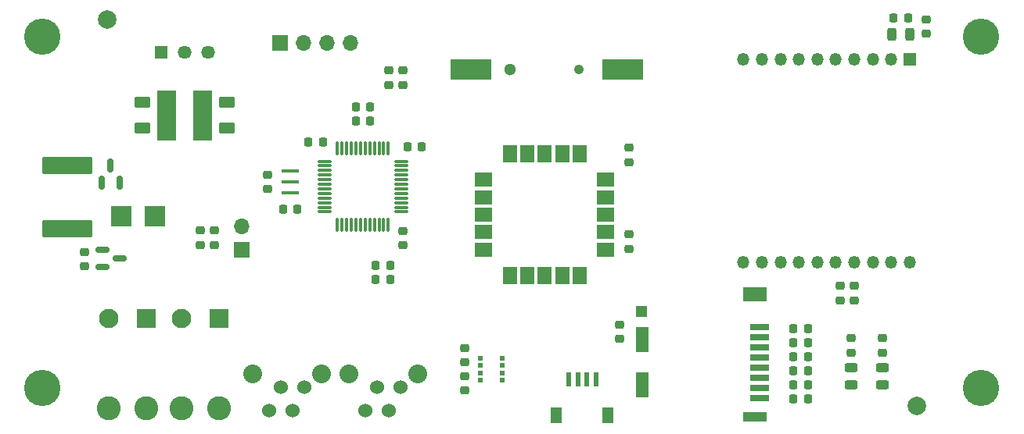
<source format=gbr>
%TF.GenerationSoftware,KiCad,Pcbnew,9.0.1*%
%TF.CreationDate,2025-06-03T12:38:30-05:00*%
%TF.ProjectId,Orientation_Paddle,4f726965-6e74-4617-9469-6f6e5f506164,2.0*%
%TF.SameCoordinates,Original*%
%TF.FileFunction,Soldermask,Top*%
%TF.FilePolarity,Negative*%
%FSLAX46Y46*%
G04 Gerber Fmt 4.6, Leading zero omitted, Abs format (unit mm)*
G04 Created by KiCad (PCBNEW 9.0.1) date 2025-06-03 12:38:30*
%MOMM*%
%LPD*%
G01*
G04 APERTURE LIST*
G04 Aperture macros list*
%AMRoundRect*
0 Rectangle with rounded corners*
0 $1 Rounding radius*
0 $2 $3 $4 $5 $6 $7 $8 $9 X,Y pos of 4 corners*
0 Add a 4 corners polygon primitive as box body*
4,1,4,$2,$3,$4,$5,$6,$7,$8,$9,$2,$3,0*
0 Add four circle primitives for the rounded corners*
1,1,$1+$1,$2,$3*
1,1,$1+$1,$4,$5*
1,1,$1+$1,$6,$7*
1,1,$1+$1,$8,$9*
0 Add four rect primitives between the rounded corners*
20,1,$1+$1,$2,$3,$4,$5,0*
20,1,$1+$1,$4,$5,$6,$7,0*
20,1,$1+$1,$6,$7,$8,$9,0*
20,1,$1+$1,$8,$9,$2,$3,0*%
G04 Aperture macros list end*
%ADD10RoundRect,0.218750X0.218750X0.256250X-0.218750X0.256250X-0.218750X-0.256250X0.218750X-0.256250X0*%
%ADD11RoundRect,0.075000X-0.662500X-0.075000X0.662500X-0.075000X0.662500X0.075000X-0.662500X0.075000X0*%
%ADD12RoundRect,0.075000X-0.075000X-0.662500X0.075000X-0.662500X0.075000X0.662500X-0.075000X0.662500X0*%
%ADD13R,2.184400X2.184400*%
%ADD14RoundRect,0.218750X-0.256250X0.218750X-0.256250X-0.218750X0.256250X-0.218750X0.256250X0.218750X0*%
%ADD15R,1.468000X1.468000*%
%ADD16C,1.468000*%
%ADD17RoundRect,0.243750X0.456250X-0.243750X0.456250X0.243750X-0.456250X0.243750X-0.456250X-0.243750X0*%
%ADD18C,2.600000*%
%ADD19RoundRect,0.249900X-0.800100X-0.800100X0.800100X-0.800100X0.800100X0.800100X-0.800100X0.800100X0*%
%ADD20C,2.100000*%
%ADD21RoundRect,0.150000X0.150000X-0.587500X0.150000X0.587500X-0.150000X0.587500X-0.150000X-0.587500X0*%
%ADD22C,3.937000*%
%ADD23R,1.900000X0.400000*%
%ADD24RoundRect,0.218750X-0.218750X-0.256250X0.218750X-0.256250X0.218750X0.256250X-0.218750X0.256250X0*%
%ADD25C,2.032000*%
%ADD26C,1.524000*%
%ADD27RoundRect,0.218750X0.256250X-0.218750X0.256250X0.218750X-0.256250X0.218750X-0.256250X-0.218750X0*%
%ADD28RoundRect,0.150000X-0.587500X-0.150000X0.587500X-0.150000X0.587500X0.150000X-0.587500X0.150000X0*%
%ADD29RoundRect,0.250000X2.475000X-0.712500X2.475000X0.712500X-2.475000X0.712500X-2.475000X-0.712500X0*%
%ADD30C,2.000000*%
%ADD31RoundRect,0.243750X0.243750X0.456250X-0.243750X0.456250X-0.243750X-0.456250X0.243750X-0.456250X0*%
%ADD32R,1.700000X1.700000*%
%ADD33O,1.700000X1.700000*%
%ADD34C,1.050000*%
%ADD35C,1.300000*%
%ADD36R,4.500000X2.300000*%
%ADD37R,1.200000X1.800000*%
%ADD38R,0.600000X1.550000*%
%ADD39R,1.350000X1.350000*%
%ADD40O,1.350000X1.350000*%
%ADD41RoundRect,0.076200X-0.200000X-0.200000X0.200000X-0.200000X0.200000X0.200000X-0.200000X0.200000X0*%
%ADD42RoundRect,0.250000X0.625000X-0.375000X0.625000X0.375000X-0.625000X0.375000X-0.625000X-0.375000X0*%
%ADD43R,2.150000X5.500000*%
%ADD44RoundRect,0.000001X-0.750000X0.900000X-0.750000X-0.900000X0.750000X-0.900000X0.750000X0.900000X0*%
%ADD45RoundRect,0.000001X-0.900000X0.750000X-0.900000X-0.750000X0.900000X-0.750000X0.900000X0.750000X0*%
%ADD46R,2.000000X0.700000*%
%ADD47R,1.400000X2.700000*%
%ADD48R,2.600000X1.000000*%
%ADD49R,2.600000X1.500000*%
%ADD50R,1.200000X1.200000*%
G04 APERTURE END LIST*
D10*
%TO.C,R6*%
X159029500Y-137795000D03*
X157454500Y-137795000D03*
%TD*%
D11*
%TO.C,U2*%
X106708500Y-115106000D03*
X106708500Y-115606000D03*
X106708500Y-116106000D03*
X106708500Y-116606000D03*
X106708500Y-117106000D03*
X106708500Y-117606000D03*
X106708500Y-118106000D03*
X106708500Y-118606000D03*
X106708500Y-119106000D03*
X106708500Y-119606000D03*
X106708500Y-120106000D03*
X106708500Y-120606000D03*
D12*
X108121000Y-122018500D03*
X108621000Y-122018500D03*
X109121000Y-122018500D03*
X109621000Y-122018500D03*
X110121000Y-122018500D03*
X110621000Y-122018500D03*
X111121000Y-122018500D03*
X111621000Y-122018500D03*
X112121000Y-122018500D03*
X112621000Y-122018500D03*
X113121000Y-122018500D03*
X113621000Y-122018500D03*
D11*
X115033500Y-120606000D03*
X115033500Y-120106000D03*
X115033500Y-119606000D03*
X115033500Y-119106000D03*
X115033500Y-118606000D03*
X115033500Y-118106000D03*
X115033500Y-117606000D03*
X115033500Y-117106000D03*
X115033500Y-116606000D03*
X115033500Y-116106000D03*
X115033500Y-115606000D03*
X115033500Y-115106000D03*
D12*
X113621000Y-113693500D03*
X113121000Y-113693500D03*
X112621000Y-113693500D03*
X112121000Y-113693500D03*
X111621000Y-113693500D03*
X111121000Y-113693500D03*
X110621000Y-113693500D03*
X110121000Y-113693500D03*
X109621000Y-113693500D03*
X109121000Y-113693500D03*
X108621000Y-113693500D03*
X108121000Y-113693500D03*
%TD*%
D13*
%TO.C,D2*%
X84683600Y-121031000D03*
X88392000Y-121031000D03*
%TD*%
D14*
%TO.C,R3*%
X115189000Y-105257500D03*
X115189000Y-106832500D03*
%TD*%
D15*
%TO.C,PS1*%
X89027000Y-103260000D03*
D16*
X91567000Y-103260000D03*
X94107000Y-103260000D03*
%TD*%
D10*
%TO.C,R10*%
X159029500Y-134747000D03*
X157454500Y-134747000D03*
%TD*%
D17*
%TO.C,D3*%
X167132000Y-139342000D03*
X167132000Y-137467000D03*
%TD*%
D18*
%TO.C,J4*%
X83380000Y-141885000D03*
X87416000Y-141885000D03*
D19*
X87416000Y-132185000D03*
D20*
X83380000Y-132185000D03*
%TD*%
D21*
%TO.C,Q1*%
X82616000Y-117445000D03*
X84516000Y-117445000D03*
X83566000Y-115570000D03*
%TD*%
D22*
%TO.C,H4*%
X177800000Y-101600000D03*
%TD*%
D23*
%TO.C,Y1*%
X102997000Y-116148000D03*
X102997000Y-117348000D03*
X102997000Y-118548000D03*
%TD*%
D24*
%TO.C,R9*%
X110083500Y-109220000D03*
X111658500Y-109220000D03*
%TD*%
D14*
%TO.C,R14*%
X167132000Y-134315000D03*
X167132000Y-135890000D03*
%TD*%
D25*
%TO.C,J2*%
X98943546Y-138176000D03*
X106353546Y-138176000D03*
D26*
X104556946Y-139649200D03*
X103286946Y-142189200D03*
X102016946Y-139649200D03*
X100746946Y-142189200D03*
%TD*%
D14*
%TO.C,C13*%
X139700000Y-113639500D03*
X139700000Y-115214500D03*
%TD*%
D22*
%TO.C,H1*%
X76200000Y-139700000D03*
%TD*%
D10*
%TO.C,R17*%
X159029500Y-140843000D03*
X157454500Y-140843000D03*
%TD*%
D27*
%TO.C,R15*%
X164084000Y-130200500D03*
X164084000Y-128625500D03*
%TD*%
D10*
%TO.C,R11*%
X113817500Y-126365000D03*
X112242500Y-126365000D03*
%TD*%
D27*
%TO.C,C3*%
X121920000Y-139979500D03*
X121920000Y-138404500D03*
%TD*%
D17*
%TO.C,D4*%
X163703000Y-139342000D03*
X163703000Y-137467000D03*
%TD*%
D28*
%TO.C,D1*%
X82677000Y-126604297D03*
X82677000Y-124704297D03*
X84552000Y-125654297D03*
%TD*%
D14*
%TO.C,C5*%
X115189000Y-122656500D03*
X115189000Y-124231500D03*
%TD*%
D27*
%TO.C,R16*%
X163703000Y-135890000D03*
X163703000Y-134315000D03*
%TD*%
D29*
%TO.C,F1*%
X78867000Y-122386500D03*
X78867000Y-115611500D03*
%TD*%
D30*
%TO.C,FID2*%
X83185000Y-99695000D03*
%TD*%
D14*
%TO.C,R1*%
X80772000Y-124932797D03*
X80772000Y-126507797D03*
%TD*%
D31*
%TO.C,C10*%
X170023000Y-101346000D03*
X168148000Y-101346000D03*
%TD*%
D14*
%TO.C,C9*%
X93257000Y-122623500D03*
X93257000Y-124198500D03*
%TD*%
D10*
%TO.C,C8*%
X106553000Y-113055500D03*
X104978000Y-113055500D03*
%TD*%
D25*
%TO.C,J3*%
X109357546Y-138176000D03*
X116767546Y-138176000D03*
D26*
X114970946Y-139649200D03*
X113700946Y-142189200D03*
X112430946Y-139649200D03*
X111160946Y-142189200D03*
%TD*%
D10*
%TO.C,R8*%
X111658500Y-110744000D03*
X110083500Y-110744000D03*
%TD*%
D24*
%TO.C,R12*%
X112242500Y-127889000D03*
X113817500Y-127889000D03*
%TD*%
D27*
%TO.C,R5*%
X94781000Y-124198500D03*
X94781000Y-122623500D03*
%TD*%
D32*
%TO.C,J6*%
X101864000Y-102235000D03*
D33*
X104404000Y-102235000D03*
X106944000Y-102235000D03*
X109484000Y-102235000D03*
%TD*%
D18*
%TO.C,J5*%
X91254000Y-141885000D03*
X95290000Y-141885000D03*
D19*
X95290000Y-132185000D03*
D20*
X91254000Y-132185000D03*
%TD*%
D14*
%TO.C,R13*%
X138684000Y-132816500D03*
X138684000Y-134391500D03*
%TD*%
%TO.C,C15*%
X162560000Y-128625500D03*
X162560000Y-130200500D03*
%TD*%
D34*
%TO.C,BT1*%
X134281000Y-105156000D03*
D35*
X126831000Y-105156000D03*
D36*
X122581000Y-105156000D03*
X138981000Y-105156000D03*
%TD*%
D14*
%TO.C,R4*%
X113665000Y-105257500D03*
X113665000Y-106832500D03*
%TD*%
D24*
%TO.C,C6*%
X115671500Y-113538000D03*
X117246500Y-113538000D03*
%TD*%
D37*
%TO.C,J1*%
X137420000Y-142672000D03*
X131820000Y-142672000D03*
D38*
X133120000Y-138797000D03*
X134120000Y-138797000D03*
X135120000Y-138797000D03*
X136120000Y-138797000D03*
%TD*%
D10*
%TO.C,R7*%
X159029500Y-139319000D03*
X157454500Y-139319000D03*
%TD*%
D22*
%TO.C,H2*%
X177800000Y-139700000D03*
%TD*%
D39*
%TO.C,U3*%
X170049000Y-104044000D03*
D40*
X168049000Y-104044000D03*
X166049000Y-104044000D03*
X164049000Y-104044000D03*
X162049000Y-104044000D03*
X160049000Y-104044000D03*
X158049000Y-104044000D03*
X156049000Y-104044000D03*
X154049000Y-104044000D03*
X152049000Y-104044000D03*
X152049000Y-126044000D03*
X154049000Y-126044000D03*
X156049000Y-126044000D03*
X158049000Y-126044000D03*
X160049000Y-126044000D03*
X162049000Y-126044000D03*
X164049000Y-126044000D03*
X166049000Y-126044000D03*
X168049000Y-126044000D03*
X170049000Y-126044000D03*
%TD*%
D10*
%TO.C,C11*%
X169873000Y-99568000D03*
X168298000Y-99568000D03*
%TD*%
D41*
%TO.C,U1*%
X125947000Y-136468000D03*
X125947000Y-137268000D03*
X125947000Y-138068000D03*
X125947000Y-138868000D03*
X123547000Y-138868000D03*
X123547000Y-138068000D03*
X123547000Y-137268000D03*
X123547000Y-136468000D03*
%TD*%
D14*
%TO.C,C14*%
X139700000Y-123037500D03*
X139700000Y-124612500D03*
%TD*%
D42*
%TO.C,C2*%
X86995000Y-111519000D03*
X86995000Y-108719000D03*
%TD*%
D43*
%TO.C,L1*%
X93492000Y-110119000D03*
X89642000Y-110119000D03*
%TD*%
D42*
%TO.C,C1*%
X96139000Y-111519000D03*
X96139000Y-108719000D03*
%TD*%
D30*
%TO.C,FID1*%
X170815000Y-141605000D03*
%TD*%
D22*
%TO.C,H3*%
X76200000Y-101600000D03*
%TD*%
D44*
%TO.C,U4*%
X134356000Y-114304000D03*
X132456000Y-114304000D03*
X130556000Y-114304000D03*
X128656000Y-114304000D03*
X126756000Y-114304000D03*
D45*
X123956000Y-117104000D03*
X123956000Y-119004000D03*
X123956000Y-120904000D03*
X123956000Y-122804000D03*
X123956000Y-124704000D03*
D44*
X126756000Y-127504000D03*
X128656000Y-127504000D03*
X130556000Y-127504000D03*
X132456000Y-127504000D03*
X134356000Y-127504000D03*
D45*
X137156000Y-124704000D03*
X137156000Y-122804000D03*
X137156000Y-120904000D03*
X137156000Y-119004000D03*
X137156000Y-117104000D03*
%TD*%
D10*
%TO.C,C16*%
X159029500Y-136271000D03*
X157454500Y-136271000D03*
%TD*%
D32*
%TO.C,J7*%
X97790000Y-124719000D03*
D33*
X97790000Y-122179000D03*
%TD*%
D14*
%TO.C,R2*%
X100584000Y-116560500D03*
X100584000Y-118135500D03*
%TD*%
D10*
%TO.C,R18*%
X159029500Y-133223000D03*
X157454500Y-133223000D03*
%TD*%
%TO.C,C7*%
X103784500Y-120269000D03*
X102209500Y-120269000D03*
%TD*%
D14*
%TO.C,C4*%
X121920000Y-135356500D03*
X121920000Y-136931500D03*
%TD*%
%TO.C,C12*%
X171831000Y-99695000D03*
X171831000Y-101270000D03*
%TD*%
D46*
%TO.C,J9*%
X153797000Y-133071000D03*
X153797000Y-134171000D03*
X153797000Y-135271000D03*
X153797000Y-136371000D03*
X153797000Y-137471000D03*
X153797000Y-138571000D03*
X153797000Y-139671000D03*
X153797000Y-140771000D03*
D47*
X141097000Y-134471000D03*
D48*
X153297000Y-142871000D03*
D49*
X153297000Y-129521000D03*
D47*
X141097000Y-139371000D03*
D50*
X140997000Y-131421000D03*
%TD*%
M02*

</source>
